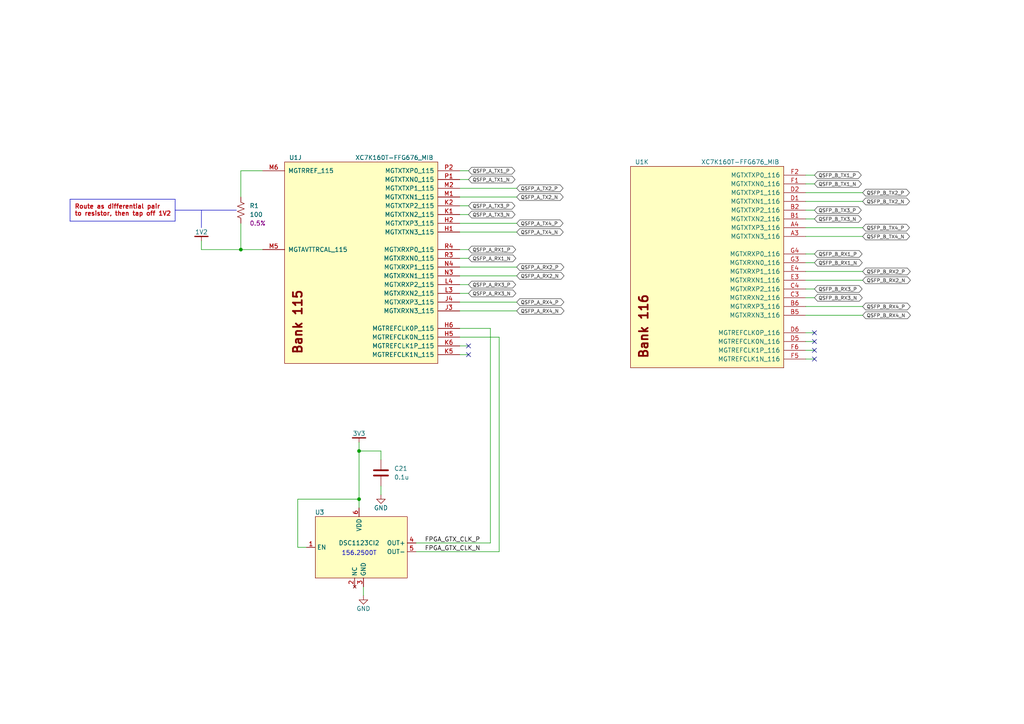
<source format=kicad_sch>
(kicad_sch (version 20230121) (generator eeschema)
  (paper "A4")
  (title_block (title "FPGA Banks 115 & 116 (GTX) I/O + SFI Clock") (date "2023-12-26") (rev "A") (company "Jordan Harris-Toovy") (comment 1 "Mainboard for Capstone Project at Oregon Tech"))
  (junction (at 104.14 144.78))
  (junction (at 69.85 72.39))
  (junction (at 104.14 130.81))
  (no_connect (at 236.22 101.6))
  (no_connect (at 135.89 102.87))
  (no_connect (at 236.22 99.06))
  (no_connect (at 135.89 100.33))
  (no_connect (at 236.22 96.52))
  (no_connect (at 236.22 104.14))
  (wire (pts (xy 236.22 73.66) (xy 233.68 73.66)))
  (wire (pts (xy 135.89 59.69) (xy 133.35 59.69)))
  (wire (pts (xy 233.68 101.6) (xy 236.22 101.6)))
  (wire (pts (xy 236.22 63.5) (xy 233.68 63.5)))
  (wire (pts (xy 250.19 55.88) (xy 233.68 55.88)))
  (wire (pts (xy 142.24 95.25) (xy 142.24 157.48)))
  (wire (pts (xy 104.14 130.81) (xy 110.49 130.81)))
  (wire (pts (xy 120.65 157.48) (xy 142.24 157.48)))
  (wire (pts (xy 233.68 96.52) (xy 236.22 96.52)))
  (wire (pts (xy 69.85 49.53) (xy 76.2 49.53)))
  (wire (pts (xy 149.86 67.31) (xy 133.35 67.31)))
  (wire (pts (xy 250.19 58.42) (xy 233.68 58.42)))
  (wire (pts (xy 58.42 69.85) (xy 58.42 72.39)))
  (wire (pts (xy 88.9 158.75) (xy 86.36 158.75)))
  (wire (pts (xy 149.86 77.47) (xy 133.35 77.47)))
  (wire (pts (xy 69.85 64.77) (xy 69.85 72.39)))
  (wire (pts (xy 104.14 144.78) (xy 104.14 147.32)))
  (wire (pts (xy 233.68 99.06) (xy 236.22 99.06)))
  (wire (pts (xy 135.89 52.07) (xy 133.35 52.07)))
  (wire (pts (xy 135.89 72.39) (xy 133.35 72.39)))
  (wire (pts (xy 58.42 72.39) (xy 69.85 72.39)))
  (wire (pts (xy 142.24 95.25) (xy 133.35 95.25)))
  (wire (pts (xy 236.22 76.2) (xy 233.68 76.2)))
  (wire (pts (xy 250.19 68.58) (xy 233.68 68.58)))
  (polyline (pts (xy 50.8 60.96) (xy 68.58 60.96)))
  (wire (pts (xy 236.22 86.36) (xy 233.68 86.36)))
  (wire (pts (xy 104.14 128.27) (xy 104.14 130.81)))
  (wire (pts (xy 149.86 64.77) (xy 133.35 64.77)))
  (wire (pts (xy 144.78 97.79) (xy 133.35 97.79)))
  (polyline (pts (xy 50.8 60.96) (xy 50.8 57.785)))
  (wire (pts (xy 250.19 66.04) (xy 233.68 66.04)))
  (wire (pts (xy 149.86 57.15) (xy 133.35 57.15)))
  (wire (pts (xy 135.89 49.53) (xy 133.35 49.53)))
  (wire (pts (xy 105.41 170.18) (xy 105.41 172.72)))
  (wire (pts (xy 86.36 144.78) (xy 104.14 144.78)))
  (wire (pts (xy 69.85 57.15) (xy 69.85 49.53)))
  (wire (pts (xy 133.35 102.87) (xy 135.89 102.87)))
  (wire (pts (xy 135.89 74.93) (xy 133.35 74.93)))
  (wire (pts (xy 86.36 158.75) (xy 86.36 144.78)))
  (wire (pts (xy 149.86 87.63) (xy 133.35 87.63)))
  (wire (pts (xy 110.49 140.97) (xy 110.49 143.51)))
  (wire (pts (xy 250.19 88.9) (xy 233.68 88.9)))
  (wire (pts (xy 149.86 54.61) (xy 133.35 54.61)))
  (wire (pts (xy 236.22 53.34) (xy 233.68 53.34)))
  (wire (pts (xy 236.22 50.8) (xy 233.68 50.8)))
  (wire (pts (xy 135.89 82.55) (xy 133.35 82.55)))
  (wire (pts (xy 104.14 130.81) (xy 104.14 144.78)))
  (wire (pts (xy 135.89 85.09) (xy 133.35 85.09)))
  (wire (pts (xy 250.19 81.28) (xy 233.68 81.28)))
  (wire (pts (xy 250.19 78.74) (xy 233.68 78.74)))
  (polyline (pts (xy 50.8 60.96) (xy 50.8 64.135)))
  (wire (pts (xy 120.65 160.02) (xy 144.78 160.02)))
  (wire (pts (xy 233.68 104.14) (xy 236.22 104.14)))
  (polyline (pts (xy 20.32 57.785) (xy 20.32 64.135)))
  (polyline (pts (xy 58.42 60.96) (xy 58.42 66.04)))
  (wire (pts (xy 135.89 62.23) (xy 133.35 62.23)))
  (wire (pts (xy 236.22 60.96) (xy 233.68 60.96)))
  (wire (pts (xy 110.49 133.35) (xy 110.49 130.81)))
  (wire (pts (xy 236.22 83.82) (xy 233.68 83.82)))
  (wire (pts (xy 144.78 97.79) (xy 144.78 160.02)))
  (wire (pts (xy 69.85 72.39) (xy 76.2 72.39)))
  (wire (pts (xy 133.35 100.33) (xy 135.89 100.33)))
  (polyline (pts (xy 20.32 64.135) (xy 50.8 64.135)))
  (wire (pts (xy 149.86 80.01) (xy 133.35 80.01)))
  (wire (pts (xy 149.86 90.17) (xy 133.35 90.17)))
  (polyline (pts (xy 50.8 57.785) (xy 20.32 57.785)))
  (wire (pts (xy 250.19 91.44) (xy 233.68 91.44)))
  (text "Route as differential pair\nto resistor, then tap off 1V2" (at 21.59 62.865 0) (effects (font (size 1.27 1.27) (thickness 0.254) bold) (justify left bottom)))
  (text "156.2500T" (at 99.06 161.29 0) (effects (font (size 1.27 1.27)) (justify left bottom)))
  (label "FPGA_GTX_CLK_P" (at 123.19 157.48 0))
  (label "FPGA_GTX_CLK_N" (at 123.19 160.02 0))
  (global_label "QSFP_A_TX4_N" (shape bidirectional) (at 149.86 67.31 0) (effects (font (size 1 1))) (property "Intersheetrefs" "${INTERSHEET_REFS}" (effects hide)))
  (global_label "QSFP_B_TX2_P" (shape bidirectional) (at 250.19 55.88 0) (effects (font (size 1 1))) (property "Intersheetrefs" "${INTERSHEET_REFS}" (effects hide)))
  (global_label "QSFP_B_TX3_N" (shape bidirectional) (at 236.22 63.5 0) (effects (font (size 1 1))) (property "Intersheetrefs" "${INTERSHEET_REFS}" (effects hide)))
  (global_label "QSFP_A_RX2_N" (shape bidirectional) (at 149.86 80.01 0) (effects (font (size 1 1))) (property "Intersheetrefs" "${INTERSHEET_REFS}" (effects hide)))
  (global_label "QSFP_A_RX4_P" (shape bidirectional) (at 149.86 87.63 0) (effects (font (size 1 1))) (property "Intersheetrefs" "${INTERSHEET_REFS}" (effects hide)))
  (global_label "QSFP_A_TX1_N" (shape bidirectional) (at 135.89 52.07 0) (effects (font (size 1 1))) (property "Intersheetrefs" "${INTERSHEET_REFS}" (effects hide)))
  (global_label "QSFP_A_TX4_P" (shape bidirectional) (at 149.86 64.77 0) (effects (font (size 1 1))) (property "Intersheetrefs" "${INTERSHEET_REFS}" (effects hide)))
  (global_label "QSFP_B_TX4_P" (shape bidirectional) (at 250.19 66.04 0) (effects (font (size 1 1))) (property "Intersheetrefs" "${INTERSHEET_REFS}" (effects hide)))
  (global_label "QSFP_B_TX3_P" (shape bidirectional) (at 236.22 60.96 0) (effects (font (size 1 1))) (property "Intersheetrefs" "${INTERSHEET_REFS}" (effects hide)))
  (global_label "QSFP_A_TX3_N" (shape bidirectional) (at 135.89 62.23 0) (effects (font (size 1 1))) (property "Intersheetrefs" "${INTERSHEET_REFS}" (effects hide)))
  (global_label "QSFP_B_RX1_N" (shape bidirectional) (at 236.22 76.2 0) (effects (font (size 1 1))) (property "Intersheetrefs" "${INTERSHEET_REFS}" (effects hide)))
  (global_label "QSFP_B_RX4_P" (shape bidirectional) (at 250.19 88.9 0) (effects (font (size 1 1))) (property "Intersheetrefs" "${INTERSHEET_REFS}" (effects hide)))
  (global_label "QSFP_B_TX1_P" (shape bidirectional) (at 236.22 50.8 0) (effects (font (size 1 1))) (property "Intersheetrefs" "${INTERSHEET_REFS}" (effects hide)))
  (global_label "QSFP_A_TX2_P" (shape bidirectional) (at 149.86 54.61 0) (effects (font (size 1 1))) (property "Intersheetrefs" "${INTERSHEET_REFS}" (effects hide)))
  (global_label "QSFP_B_RX3_N" (shape bidirectional) (at 236.22 86.36 0) (effects (font (size 1 1))) (property "Intersheetrefs" "${INTERSHEET_REFS}" (effects hide)))
  (global_label "QSFP_A_RX4_N" (shape bidirectional) (at 149.86 90.17 0) (effects (font (size 1 1))) (property "Intersheetrefs" "${INTERSHEET_REFS}" (effects hide)))
  (global_label "QSFP_B_RX4_N" (shape bidirectional) (at 250.19 91.44 0) (effects (font (size 1 1))) (property "Intersheetrefs" "${INTERSHEET_REFS}" (effects hide)))
  (global_label "QSFP_B_TX2_N" (shape bidirectional) (at 250.19 58.42 0) (effects (font (size 1 1))) (property "Intersheetrefs" "${INTERSHEET_REFS}" (effects hide)))
  (global_label "QSFP_B_RX1_P" (shape bidirectional) (at 236.22 73.66 0) (effects (font (size 1 1))) (property "Intersheetrefs" "${INTERSHEET_REFS}" (effects hide)))
  (global_label "QSFP_A_TX3_P" (shape bidirectional) (at 135.89 59.69 0) (effects (font (size 1 1))) (property "Intersheetrefs" "${INTERSHEET_REFS}" (effects hide)))
  (global_label "QSFP_A_RX3_P" (shape bidirectional) (at 135.89 82.55 0) (effects (font (size 1 1))) (property "Intersheetrefs" "${INTERSHEET_REFS}" (effects hide)))
  (global_label "QSFP_A_RX2_P" (shape bidirectional) (at 149.86 77.47 0) (effects (font (size 1 1))) (property "Intersheetrefs" "${INTERSHEET_REFS}" (effects hide)))
  (global_label "QSFP_A_RX1_P" (shape bidirectional) (at 135.89 72.39 0) (effects (font (size 1 1))) (property "Intersheetrefs" "${INTERSHEET_REFS}" (effects hide)))
  (global_label "QSFP_A_TX1_P" (shape bidirectional) (at 135.89 49.53 0) (effects (font (size 1 1))) (property "Intersheetrefs" "${INTERSHEET_REFS}" (effects hide)))
  (global_label "QSFP_B_RX2_N" (shape bidirectional) (at 250.19 81.28 0) (effects (font (size 1 1))) (property "Intersheetrefs" "${INTERSHEET_REFS}" (effects hide)))
  (global_label "QSFP_B_RX2_P" (shape bidirectional) (at 250.19 78.74 0) (effects (font (size 1 1))) (property "Intersheetrefs" "${INTERSHEET_REFS}" (effects hide)))
  (global_label "QSFP_A_TX2_N" (shape bidirectional) (at 149.86 57.15 0) (effects (font (size 1 1))) (property "Intersheetrefs" "${INTERSHEET_REFS}" (effects hide)))
  (global_label "QSFP_B_RX3_P" (shape bidirectional) (at 236.22 83.82 0) (effects (font (size 1 1))) (property "Intersheetrefs" "${INTERSHEET_REFS}" (effects hide)))
  (global_label "QSFP_A_RX1_N" (shape bidirectional) (at 135.89 74.93 0) (effects (font (size 1 1))) (property "Intersheetrefs" "${INTERSHEET_REFS}" (effects hide)))
  (global_label "QSFP_A_RX3_N" (shape bidirectional) (at 135.89 85.09 0) (effects (font (size 1 1))) (property "Intersheetrefs" "${INTERSHEET_REFS}" (effects hide)))
  (global_label "QSFP_B_TX1_N" (shape bidirectional) (at 236.22 53.34 0) (effects (font (size 1 1))) (property "Intersheetrefs" "${INTERSHEET_REFS}" (effects hide)))
  (global_label "QSFP_B_TX4_N" (shape bidirectional) (at 250.19 68.58 0) (effects (font (size 1 1))) (property "Intersheetrefs" "${INTERSHEET_REFS}" (effects hide)))
  (symbol (lib_id "Capstone_Library:3V3") (at 104.14 127 0) (unit 1) (in_bom no) (on_board no)
    (property "Reference" "#PWR03" (effects hide))
    (property "Value" "3V3" (at 104.14 125.73 0))
    (instances (project "Capstone_Project_Mainboard" (path "" (reference "#PWR03") (unit 1)) (path "" (reference "#PWR081") (unit 1)) (path "" (reference "#PWR0108") (unit 1))))
  )
  (symbol (lib_id "Capstone_Library:XC7K160T-FFG676_MIB") (at 104.14 46.99 0) (unit 10)
    (property "Reference" "U1" (at 83.82 45.72 0) (effects (justify left)))
    (property "Value" "XC7K160T-FFG676_MIB" (at 125.73 45.72 0) (effects (justify right)))
    (property "Footprint" "Capstone_Library:Xilinx_FFG676_K7_160T" (effects hide))
    (property "Datasheet" "https://docs.xilinx.com/v/u/en-US/ds182_Kintex_7_Data_Sheet" (effects hide))
    (property "Part Number" "XC7K160T-2FFG676I" (effects hide))
  )
  (symbol (lib_id "Device:C") (at 110.49 137.16 0) (unit 1)
    (property "Reference" "C21" (at 114.3 135.89 0) (effects (justify left)))
    (property "Value" "0.1u" (at 114.3 138.43 0) (effects (justify left)))
    (property "Footprint" "Capacitor_SMD:C_0402_1005Metric" (effects hide))
    (property "Datasheet" "https://www.mouser.com/ProductDetail/Murata-Electronics/GRM155R71E104ME14J?qs=RcG8xmE7yp0ICzrP3TGkoQ%3D%3D" (effects hide))
    (property "Part Number" "GRM155R71E104ME14J" (effects hide))
    (instances (project "Capstone_Project_Mainboard" (path "" (reference "C21") (unit 1)) (path "" (reference "C36") (unit 1))))
  )
  (symbol (lib_id "Capstone_Library:1V2") (at 58.42 68.58 0) (unit 1) (in_bom no) (on_board no)
    (property "Reference" "#PWR017" (effects hide))
    (property "Value" "1V2" (at 58.42 67.31 0))
    (instances (project "Capstone_Project_Mainboard" (path "" (reference "#PWR017") (unit 1)) (path "" (reference "#PWR021") (unit 1))))
  )
  (symbol (lib_id "power:GND") (at 110.49 143.51 0) (unit 1)
    (property "Reference" "#PWR022" (effects hide))
    (property "Value" "GND" (at 110.49 147.32 0))
    (instances (project "Capstone_Project_Mainboard" (path "" (reference "#PWR022") (unit 1)) (path "" (reference "#PWR080") (unit 1)) (path "" (reference "#PWR0109") (unit 1))))
  )
  (symbol (lib_id "power:GND") (at 105.41 172.72 0) (unit 1)
    (property "Reference" "#PWR022" (effects hide))
    (property "Value" "GND" (at 105.41 176.53 0))
    (instances (project "Capstone_Project_Mainboard" (path "" (reference "#PWR022") (unit 1)) (path "" (reference "#PWR080") (unit 1)) (path "" (reference "#PWR078") (unit 1))))
  )
  (symbol (lib_id "Capstone_Library:DSC1123C") (at 104.14 149.86 0) (unit 1)
    (property "Reference" "U3" (at 92.71 148.59 0))
    (property "Value" "DSC1123CI2" (at 104.14 157.48 0))
    (property "Footprint" "Capstone_Library:Microchip_6-VDFN" (effects hide))
    (property "Datasheet" "https://rocelec.widen.net/view/pdf/9j4mxdnz0b/MCHP-S-A0006612827-1.pdf?t.download=true&u=5oefqw" (effects hide))
    (property "Part Number" "DSC1123CI2-156.2500T" (effects hide))
  )
  (symbol (lib_id "Capstone_Library:XC7K160T-FFG676_MIB") (at 204.47 48.26 0) (unit 11)
    (property "Reference" "U1" (at 184.15 46.99 0) (effects (justify left)))
    (property "Value" "XC7K160T-FFG676_MIB" (at 226.06 46.99 0) (effects (justify right)))
    (property "Footprint" "Capstone_Library:Xilinx_FFG676_K7_160T" (effects hide))
    (property "Datasheet" "https://docs.xilinx.com/v/u/en-US/ds182_Kintex_7_Data_Sheet" (effects hide))
    (property "Part Number" "XC7K160T-2FFG676I" (effects hide))
  )
  (symbol (lib_id "Device:R_US") (at 69.85 60.96 0) (unit 1)
    (property "Reference" "R1" (at 72.39 59.69 0) (effects (justify left)))
    (property "Value" "100" (at 72.39 62.23 0) (effects (justify left)))
    (property "Footprint" "Resistor_SMD:R_0402_1005Metric" (effects hide))
    (property "Datasheet" "https://www.vishay.com/docs/28916/mcxhp.pdf" (effects hide))
    (property "Notes" "0.5%" (at 72.39 64.77 0) (effects (justify left)))
    (property "Part Number" "MCS0402PD1000DE500" (effects hide))
  )
)
</source>
